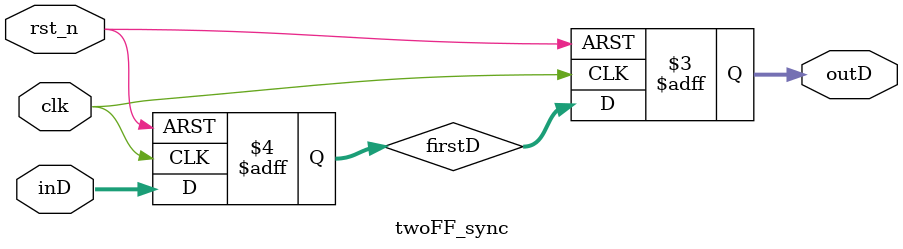
<source format=sv>

module twoFF_sync#(parameter WIDTH = 6)(
    input logic [WIDTH-1:0] inD,
    output logic [WIDTH-1:0] outD,

    input logic clk, rst_n
);
    logic [WIDTH-1:0] firstD;

    always_ff @(posedge clk, negedge rst_n)begin
        if(!rst_n)begin
            firstD <= '0;
            outD <= '0;
        end else begin
            firstD <= inD;
            outD <= firstD;
        end
    end

endmodule
</source>
